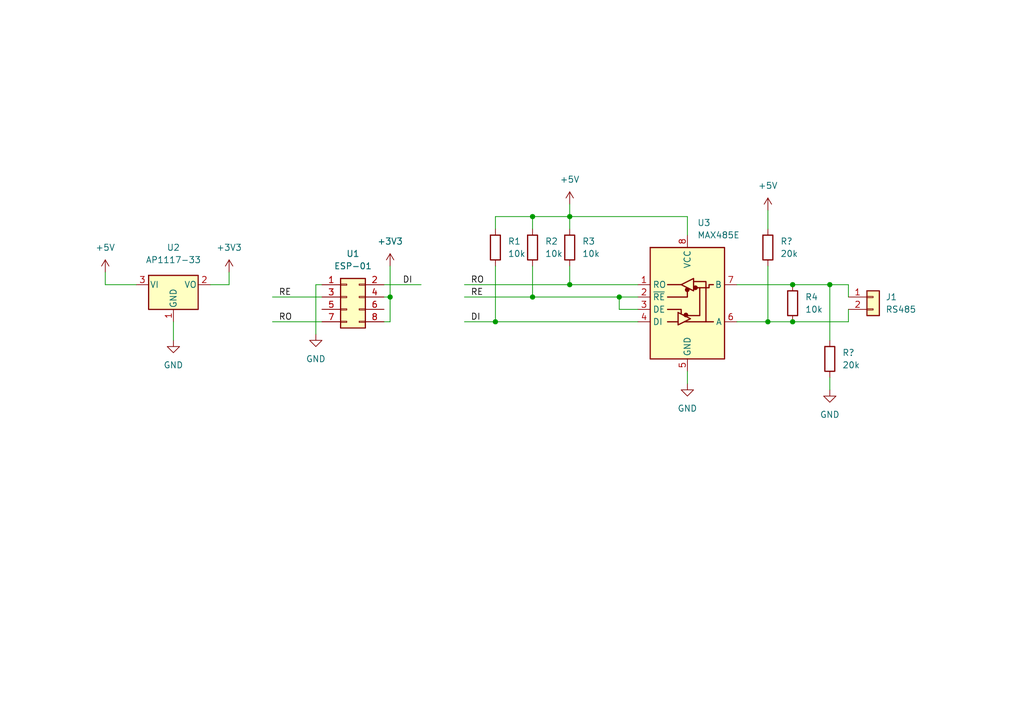
<source format=kicad_sch>
(kicad_sch (version 20211123) (generator eeschema)
  (paper "A5")
  (title_block (title "WiFi-RS485 Bridge") (date "2022-04-12") (rev "1.0"))
  (lib_symbols
    (symbol "Connector_Generic:Conn_01x02" (pin_names (offset 1.016) hide)
      (property "Reference" "J" (at 0 2.54 0))
      (property "Value" "Conn_01x02" (at 0 -5.08 0))
      (symbol "Conn_01x02_1_1"
        (rectangle (start -1.27 -2.413) (end 0 -2.667) (stroke (width 0.1524)))
        (rectangle (start -1.27 0.127) (end 0 -0.127) (stroke (width 0.1524)))
        (rectangle (start -1.27 1.27) (end 1.27 -3.81) (stroke (width 0.254)) (fill (type background)))
        (pin passive line (at -5.08 0 0) (length 3.81) (name "Pin_1") (number "1"))
        (pin passive line (at -5.08 -2.54 0) (length 3.81) (name "Pin_2") (number "2"))
      )
    )
    (symbol "Connector_Generic:Conn_02x04_Odd_Even" (pin_names (offset 1.016) hide)
      (property "Reference" "J" (at 1.27 5.08 0))
      (property "Value" "Conn_02x04_Odd_Even" (at 1.27 -7.62 0))
      (symbol "Conn_02x04_Odd_Even_1_1"
        (rectangle (start -1.27 -4.953) (end 0 -5.207) (stroke (width 0.1524)))
        (rectangle (start -1.27 -2.413) (end 0 -2.667) (stroke (width 0.1524)))
        (rectangle (start -1.27 0.127) (end 0 -0.127) (stroke (width 0.1524)))
        (rectangle (start -1.27 2.667) (end 0 2.413) (stroke (width 0.1524)))
        (rectangle (start -1.27 3.81) (end 3.81 -6.35) (stroke (width 0.254)) (fill (type background)))
        (rectangle (start 3.81 -4.953) (end 2.54 -5.207) (stroke (width 0.1524)))
        (rectangle (start 3.81 -2.413) (end 2.54 -2.667) (stroke (width 0.1524)))
        (rectangle (start 3.81 0.127) (end 2.54 -0.127) (stroke (width 0.1524)))
        (rectangle (start 3.81 2.667) (end 2.54 2.413) (stroke (width 0.1524)))
        (pin passive line (at -5.08 2.54 0) (length 3.81) (name "Pin_1") (number "1"))
        (pin passive line (at 7.62 2.54 180) (length 3.81) (name "Pin_2") (number "2"))
        (pin passive line (at -5.08 0 0) (length 3.81) (name "Pin_3") (number "3"))
        (pin passive line (at 7.62 0 180) (length 3.81) (name "Pin_4") (number "4"))
        (pin passive line (at -5.08 -2.54 0) (length 3.81) (name "Pin_5") (number "5"))
        (pin passive line (at 7.62 -2.54 180) (length 3.81) (name "Pin_6") (number "6"))
        (pin passive line (at -5.08 -5.08 0) (length 3.81) (name "Pin_7") (number "7"))
        (pin passive line (at 7.62 -5.08 180) (length 3.81) (name "Pin_8") (number "8"))
      )
    )
    (symbol "Device:R" (pin_numbers hide) (pin_names (offset 0))
      (property "Reference" "R" (at 2.032 0 90))
      (property "Value" "R" (at 0 0 90))
      (symbol "R_0_1"
        (rectangle (start -1.016 -2.54) (end 1.016 2.54) (stroke (width 0.254)))
      )
      (symbol "R_1_1"
        (pin passive line (at 0 3.81 270) (length 1.27) (name "~") (number "1"))
        (pin passive line (at 0 -3.81 90) (length 1.27) (name "~") (number "2"))
      )
    )
    (symbol "Interface_UART:MAX485E"
      (property "Reference" "U" (at -6.096 11.43 0))
      (property "Value" "MAX485E" (at 0.762 11.43 0))
      (symbol "MAX485E_0_1"
        (rectangle (start -7.62 10.16) (end 7.62 -12.7) (stroke (width 0.254)) (fill (type background)))
        (circle (center -0.3048 -3.683) (radius 0.3556) (stroke (width 0.254)) (fill (type outline)))
        (circle (center -0.0254 1.4986) (radius 0.3556) (stroke (width 0.254)) (fill (type outline)))
        (polyline (pts (xy -4.064 -5.08) (xy -1.905 -5.08)) (stroke (width 0.254)))
        (polyline (pts (xy -4.064 2.54) (xy -1.27 2.54)) (stroke (width 0.254)))
        (polyline (pts (xy -1.27 -3.2004) (xy -1.27 -3.4544)) (stroke (width 0.254)))
        (polyline (pts (xy -0.635 -5.08) (xy 5.334 -5.08)) (stroke (width 0.254)))
        (polyline (pts (xy -4.064 -2.54) (xy -1.27 -2.54) (xy -1.27 -3.175)) (stroke (width 0.254)))
        (polyline (pts (xy 0 1.27) (xy 0 0) (xy -4.064 0)) (stroke (width 0.254)))
        (polyline (pts (xy 1.27 3.175) (xy 3.81 3.175) (xy 3.81 -5.08)) (stroke (width 0.254)))
        (polyline (pts (xy 2.54 1.905) (xy 2.54 -3.81) (xy 0 -3.81)) (stroke (width 0.254)))
        (polyline (pts (xy -1.905 -3.175) (xy -1.905 -5.715) (xy 0.635 -4.445) (xy -1.905 -3.175)) (stroke (width 0.254)))
        (polyline (pts (xy -1.27 2.54) (xy 1.27 3.81) (xy 1.27 1.27) (xy -1.27 2.54)) (stroke (width 0.254)))
        (polyline (pts (xy 1.905 1.905) (xy 4.445 1.905) (xy 4.445 2.54) (xy 5.334 2.54)) (stroke (width 0.254)))
        (rectangle (start 1.27 3.175) (end 1.27 3.175))
        (circle (center 1.651 1.905) (radius 0.3556) (stroke (width 0.254)) (fill (type outline)))
      )
      (symbol "MAX485E_1_1"
        (pin output line (at -10.16 2.54 0) (length 2.54) (name "RO") (number "1"))
        (pin input line (at -10.16 0 0) (length 2.54) (name "~{RE}") (number "2"))
        (pin input line (at -10.16 -2.54 0) (length 2.54) (name "DE") (number "3"))
        (pin input line (at -10.16 -5.08 0) (length 2.54) (name "DI") (number "4"))
        (pin power_in line (at 0 -15.24 90) (length 2.54) (name "GND") (number "5"))
        (pin bidirectional line (at 10.16 -5.08 180) (length 2.54) (name "A") (number "6"))
        (pin bidirectional line (at 10.16 2.54 180) (length 2.54) (name "B") (number "7"))
        (pin power_in line (at 0 12.7 270) (length 2.54) (name "VCC") (number "8"))
      )
    )
    (symbol "Regulator_Linear:AP1117-33" (pin_names (offset 0.254))
      (property "Reference" "U" (at -3.81 3.175 0))
      (property "Value" "AP1117-33" (at 0 3.175 0))
      (symbol "AP1117-33_0_1"
        (rectangle (start -5.08 -5.08) (end 5.08 1.905) (stroke (width 0.254)) (fill (type background)))
      )
      (symbol "AP1117-33_1_1"
        (pin power_in line (at 0 -7.62 90) (length 2.54) (name "GND") (number "1"))
        (pin power_out line (at 7.62 0 180) (length 2.54) (name "VO") (number "2"))
        (pin power_in line (at -7.62 0 0) (length 2.54) (name "VI") (number "3"))
      )
    )
    (symbol "power:+3.3V" (power) (pin_names (offset 0))
      (property "Value" "+3.3V" (at 0 3.556 0))
      (symbol "+3.3V_0_1"
        (polyline (pts (xy -0.762 1.27) (xy 0 2.54)))
        (polyline (pts (xy 0 0) (xy 0 2.54)))
        (polyline (pts (xy 0 2.54) (xy 0.762 1.27)))
      )
      (symbol "+3.3V_1_1"
        (pin power_in line (at 0 0 90) (length 0) hide (name "+3V3") (number "1"))
      )
    )
    (symbol "power:+5V" (power) (pin_names (offset 0))
      (property "Value" "+5V" (at 0 3.556 0))
      (symbol "+5V_0_1"
        (polyline (pts (xy -0.762 1.27) (xy 0 2.54)))
        (polyline (pts (xy 0 0) (xy 0 2.54)))
        (polyline (pts (xy 0 2.54) (xy 0.762 1.27)))
      )
      (symbol "+5V_1_1"
        (pin power_in line (at 0 0 90) (length 0) hide (name "+5V") (number "1"))
      )
    )
    (symbol "power:GND" (power) (pin_names (offset 0))
      (property "Value" "GND" (at 0 -3.81 0))
      (symbol "GND_0_1"
        (polyline (pts (xy 0 0) (xy 0 -1.27) (xy 1.27 -1.27) (xy 0 -2.54) (xy -1.27 -1.27) (xy 0 -1.27)))
      )
      (symbol "GND_1_1"
        (pin power_in line (at 0 0 270) (length 0) hide (name "GND") (number "1"))
      )
    )
  )
  (junction (at 162.56 58.42))
  (junction (at 101.6 66.04))
  (junction (at 80.01 60.96))
  (junction (at 109.22 60.96))
  (junction (at 162.56 66.04))
  (junction (at 109.22 44.45))
  (junction (at 127 60.96))
  (junction (at 116.84 44.45))
  (junction (at 116.84 58.42))
  (junction (at 170.18 58.42))
  (junction (at 157.48 66.04))
  (wire (pts (xy 170.18 58.42) (xy 170.18 69.85)))
  (wire (pts (xy 80.01 66.04) (xy 80.01 60.96)))
  (wire (pts (xy 109.22 60.96) (xy 127 60.96)))
  (wire (pts (xy 21.59 55.88) (xy 21.59 58.42)))
  (wire (pts (xy 66.04 66.04) (xy 55.88 66.04)))
  (wire (pts (xy 157.48 43.18) (xy 157.48 46.99)))
  (wire (pts (xy 173.99 58.42) (xy 173.99 60.96)))
  (wire (pts (xy 101.6 66.04) (xy 130.81 66.04)))
  (wire (pts (xy 170.18 58.42) (xy 173.99 58.42)))
  (wire (pts (xy 127 60.96) (xy 127 63.5)))
  (wire (pts (xy 35.56 66.04) (xy 35.56 69.85)))
  (wire (pts (xy 78.74 60.96) (xy 80.01 60.96)))
  (wire (pts (xy 162.56 66.04) (xy 173.99 66.04)))
  (wire (pts (xy 151.13 66.04) (xy 157.48 66.04)))
  (wire (pts (xy 116.84 41.91) (xy 116.84 44.45)))
  (wire (pts (xy 64.77 68.58) (xy 64.77 58.42)))
  (wire (pts (xy 157.48 66.04) (xy 162.56 66.04)))
  (wire (pts (xy 101.6 54.61) (xy 101.6 66.04)))
  (wire (pts (xy 95.25 66.04) (xy 101.6 66.04)))
  (wire (pts (xy 170.18 77.47) (xy 170.18 80.01)))
  (wire (pts (xy 95.25 60.96) (xy 109.22 60.96)))
  (wire (pts (xy 64.77 58.42) (xy 66.04 58.42)))
  (wire (pts (xy 101.6 46.99) (xy 101.6 44.45)))
  (wire (pts (xy 162.56 58.42) (xy 170.18 58.42)))
  (wire (pts (xy 116.84 58.42) (xy 130.81 58.42)))
  (wire (pts (xy 78.74 66.04) (xy 80.01 66.04)))
  (wire (pts (xy 116.84 44.45) (xy 116.84 46.99)))
  (wire (pts (xy 157.48 54.61) (xy 157.48 66.04)))
  (wire (pts (xy 78.74 58.42) (xy 86.36 58.42)))
  (wire (pts (xy 151.13 58.42) (xy 162.56 58.42)))
  (wire (pts (xy 66.04 60.96) (xy 55.88 60.96)))
  (wire (pts (xy 140.97 44.45) (xy 140.97 48.26)))
  (wire (pts (xy 46.99 58.42) (xy 46.99 55.88)))
  (wire (pts (xy 101.6 44.45) (xy 109.22 44.45)))
  (wire (pts (xy 116.84 44.45) (xy 140.97 44.45)))
  (wire (pts (xy 116.84 54.61) (xy 116.84 58.42)))
  (wire (pts (xy 43.18 58.42) (xy 46.99 58.42)))
  (wire (pts (xy 21.59 58.42) (xy 27.94 58.42)))
  (wire (pts (xy 109.22 54.61) (xy 109.22 60.96)))
  (wire (pts (xy 80.01 60.96) (xy 80.01 54.61)))
  (wire (pts (xy 109.22 44.45) (xy 116.84 44.45)))
  (wire (pts (xy 173.99 63.5) (xy 173.99 66.04)))
  (wire (pts (xy 109.22 44.45) (xy 109.22 46.99)))
  (wire (pts (xy 127 60.96) (xy 130.81 60.96)))
  (wire (pts (xy 127 63.5) (xy 130.81 63.5)))
  (wire (pts (xy 140.97 76.2) (xy 140.97 78.74)))
  (wire (pts (xy 95.25 58.42) (xy 116.84 58.42)))
  (label "DI" (at 82.55 58.42 0))
  (label "DI" (at 96.52 66.04 0))
  (label "RE" (at 96.52 60.96 0))
  (label "RO" (at 57.15 66.04 0))
  (label "RE" (at 57.15 60.96 0))
  (label "RO" (at 96.52 58.42 0))
  (symbol (lib_id "power:GND") (at 64.77 68.58 0) (unit 1)
    (property "Reference" "#PWR04" (effects hide))
    (property "Value" "GND" (at 64.77 73.66 0))
  )
  (symbol (lib_id "Device:R") (at 101.6 50.8 0) (unit 1)
    (property "Reference" "R1" (at 104.14 49.5299 0) (effects (justify left)))
    (property "Value" "10k" (at 104.14 52.0699 0) (effects (justify left)))
  )
  (symbol (lib_id "Device:R") (at 170.18 73.66 0) (unit 1)
    (property "Reference" "R?" (at 172.72 72.3899 0) (effects (justify left)))
    (property "Value" "20k" (at 172.72 74.9299 0) (effects (justify left)))
  )
  (symbol (lib_id "Connector_Generic:Conn_02x04_Odd_Even") (at 71.12 60.96 0) (unit 1)
    (property "Reference" "U1" (at 72.39 52.07 0))
    (property "Value" "ESP-01" (at 72.39 54.61 0))
  )
  (symbol (lib_id "power:+5V") (at 21.59 55.88 0) (unit 1)
    (property "Reference" "#PWR01" (effects hide))
    (property "Value" "+5V" (at 21.59 50.8 0))
  )
  (symbol (lib_id "power:+3.3V") (at 80.01 54.61 0) (unit 1)
    (property "Reference" "#PWR05" (effects hide))
    (property "Value" "+3.3V" (at 80.01 49.53 0))
  )
  (symbol (lib_id "power:+3.3V") (at 46.99 55.88 0) (unit 1)
    (property "Reference" "#PWR03" (effects hide))
    (property "Value" "+3.3V" (at 46.99 50.8 0))
  )
  (symbol (lib_id "power:GND") (at 170.18 80.01 0) (unit 1)
    (property "Reference" "#PWR?" (effects hide))
    (property "Value" "GND" (at 170.18 85.09 0))
  )
  (symbol (lib_id "Device:R") (at 109.22 50.8 0) (unit 1)
    (property "Reference" "R2" (at 111.76 49.5299 0) (effects (justify left)))
    (property "Value" "10k" (at 111.76 52.0699 0) (effects (justify left)))
  )
  (symbol (lib_id "power:GND") (at 140.97 78.74 0) (unit 1)
    (property "Reference" "#PWR07" (effects hide))
    (property "Value" "GND" (at 140.97 83.82 0))
  )
  (symbol (lib_id "Device:R") (at 116.84 50.8 0) (unit 1)
    (property "Reference" "R3" (at 119.38 49.5299 0) (effects (justify left)))
    (property "Value" "10k" (at 119.38 52.0699 0) (effects (justify left)))
  )
  (symbol (lib_id "Connector_Generic:Conn_01x02") (at 179.07 60.96 0) (unit 1)
    (property "Reference" "J1" (at 181.61 60.9599 0) (effects (justify left)))
    (property "Value" "RS485" (at 181.61 63.4999 0) (effects (justify left)))
  )
  (symbol (lib_id "power:GND") (at 35.56 69.85 0) (unit 1)
    (property "Reference" "#PWR02" (effects hide))
    (property "Value" "GND" (at 35.56 74.93 0))
  )
  (symbol (lib_id "Device:R") (at 162.56 62.23 0) (unit 1)
    (property "Reference" "R4" (at 165.1 60.9599 0) (effects (justify left)))
    (property "Value" "10k" (at 165.1 63.4999 0) (effects (justify left)))
  )
  (symbol (lib_id "Device:R") (at 157.48 50.8 0) (unit 1)
    (property "Reference" "R?" (at 160.02 49.5299 0) (effects (justify left)))
    (property "Value" "20k" (at 160.02 52.0699 0) (effects (justify left)))
  )
  (symbol (lib_id "power:+5V") (at 116.84 41.91 0) (unit 1)
    (property "Reference" "#PWR06" (effects hide))
    (property "Value" "+5V" (at 116.84 36.83 0))
  )
  (symbol (lib_id "Regulator_Linear:AP1117-33") (at 35.56 58.42 0) (unit 1)
    (property "Reference" "U2" (at 35.56 50.8 0))
    (property "Value" "AP1117-33" (at 35.56 53.34 0))
    (property "Footprint" "Package_TO_SOT_SMD:SOT-223-3_TabPin2" (effects hide))
    (property "Datasheet" "http://www.diodes.com/datasheets/AP1117.pdf" (effects hide))
  )
  (symbol (lib_id "power:+5V") (at 157.48 43.18 0) (unit 1)
    (property "Reference" "#PWR?" (effects hide))
    (property "Value" "+5V" (at 157.48 38.1 0))
  )
  (symbol (lib_id "Interface_UART:MAX485E") (at 140.97 60.96 0) (unit 1)
    (property "Reference" "U3" (at 142.9894 45.72 0) (effects (justify left)))
    (property "Value" "MAX485E" (at 142.9894 48.26 0) (effects (justify left)))
    (property "Datasheet" "https://datasheets.maximintegrated.com/en/ds/MAX1487E-MAX491E.pdf" (effects hide))
  )
)
</source>
